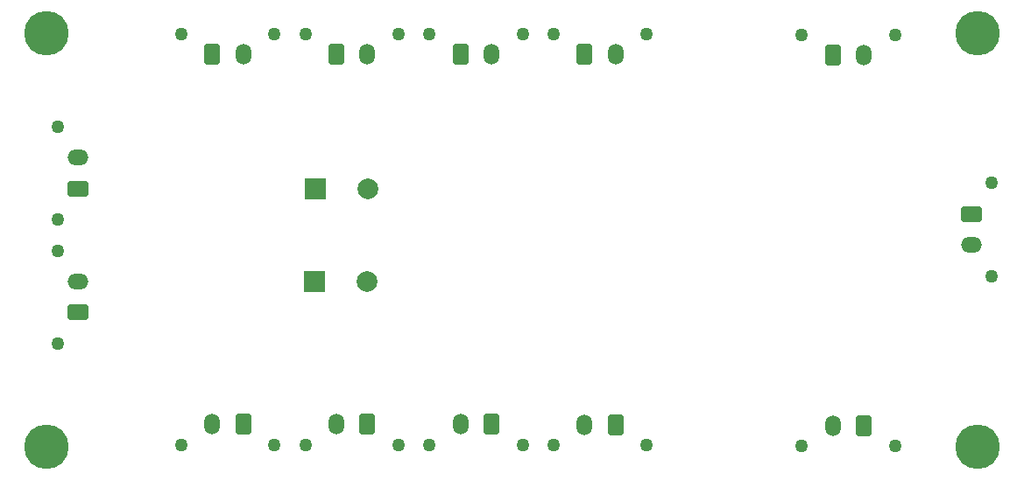
<source format=gbr>
%TF.GenerationSoftware,KiCad,Pcbnew,9.0.2*%
%TF.CreationDate,2025-06-13T16:07:32+08:00*%
%TF.ProjectId,DSCHG_TSMP,44534348-475f-4545-934d-502e6b696361,rev?*%
%TF.SameCoordinates,Original*%
%TF.FileFunction,Soldermask,Bot*%
%TF.FilePolarity,Negative*%
%FSLAX46Y46*%
G04 Gerber Fmt 4.6, Leading zero omitted, Abs format (unit mm)*
G04 Created by KiCad (PCBNEW 9.0.2) date 2025-06-13 16:07:32*
%MOMM*%
%LPD*%
G01*
G04 APERTURE LIST*
G04 Aperture macros list*
%AMRoundRect*
0 Rectangle with rounded corners*
0 $1 Rounding radius*
0 $2 $3 $4 $5 $6 $7 $8 $9 X,Y pos of 4 corners*
0 Add a 4 corners polygon primitive as box body*
4,1,4,$2,$3,$4,$5,$6,$7,$8,$9,$2,$3,0*
0 Add four circle primitives for the rounded corners*
1,1,$1+$1,$2,$3*
1,1,$1+$1,$4,$5*
1,1,$1+$1,$6,$7*
1,1,$1+$1,$8,$9*
0 Add four rect primitives between the rounded corners*
20,1,$1+$1,$2,$3,$4,$5,0*
20,1,$1+$1,$4,$5,$6,$7,0*
20,1,$1+$1,$6,$7,$8,$9,0*
20,1,$1+$1,$8,$9,$2,$3,0*%
G04 Aperture macros list end*
%ADD10R,2.000000X2.000000*%
%ADD11C,2.000000*%
%ADD12C,1.270000*%
%ADD13RoundRect,0.250001X0.499999X0.759999X-0.499999X0.759999X-0.499999X-0.759999X0.499999X-0.759999X0*%
%ADD14O,1.500000X2.020000*%
%ADD15RoundRect,0.250001X-0.759999X0.499999X-0.759999X-0.499999X0.759999X-0.499999X0.759999X0.499999X0*%
%ADD16O,2.020000X1.500000*%
%ADD17C,4.300000*%
%ADD18RoundRect,0.250001X-0.499999X-0.759999X0.499999X-0.759999X0.499999X0.759999X-0.499999X0.759999X0*%
%ADD19RoundRect,0.250001X0.759999X-0.499999X0.759999X0.499999X-0.759999X0.499999X-0.759999X-0.499999X0*%
G04 APERTURE END LIST*
D10*
%TO.C,R1*%
X180960000Y-90050000D03*
D11*
X186040000Y-90050000D03*
%TD*%
D12*
%TO.C,J14*%
X177000000Y-114840000D03*
X168000000Y-114840000D03*
D13*
X174000000Y-112880000D03*
D14*
X171000000Y-112880000D03*
%TD*%
D12*
%TO.C,J12*%
X246375000Y-89500000D03*
X246375000Y-98500000D03*
D15*
X244415000Y-92500000D03*
D16*
X244415000Y-95500000D03*
%TD*%
D17*
%TO.C,H1*%
X155000000Y-115000000D03*
%TD*%
D12*
%TO.C,J3*%
X204000000Y-75080000D03*
X213000000Y-75080000D03*
D18*
X207000000Y-77040000D03*
D14*
X210000000Y-77040000D03*
%TD*%
D12*
%TO.C,J8*%
X237000000Y-114960000D03*
X228000000Y-114960000D03*
D13*
X234000000Y-113000000D03*
D14*
X231000000Y-113000000D03*
%TD*%
D12*
%TO.C,J7*%
X156040000Y-105040000D03*
X156040000Y-96040000D03*
D19*
X158000000Y-102040000D03*
D16*
X158000000Y-99040000D03*
%TD*%
D12*
%TO.C,J6*%
X156040000Y-93040000D03*
X156040000Y-84040000D03*
D19*
X158000000Y-90040000D03*
D16*
X158000000Y-87040000D03*
%TD*%
D12*
%TO.C,J1*%
X192000000Y-75040000D03*
X201000000Y-75040000D03*
D18*
X195000000Y-77000000D03*
D14*
X198000000Y-77000000D03*
%TD*%
D12*
%TO.C,J13*%
X168000000Y-75040000D03*
X177000000Y-75040000D03*
D18*
X171000000Y-77000000D03*
D14*
X174000000Y-77000000D03*
%TD*%
D17*
%TO.C,H3*%
X245000000Y-75000000D03*
%TD*%
D12*
%TO.C,J11*%
X201000000Y-114840000D03*
X192000000Y-114840000D03*
D13*
X198000000Y-112880000D03*
D14*
X195000000Y-112880000D03*
%TD*%
D12*
%TO.C,J10*%
X189000000Y-114840000D03*
X180000000Y-114840000D03*
D13*
X186000000Y-112880000D03*
D14*
X183000000Y-112880000D03*
%TD*%
D12*
%TO.C,J2*%
X180000000Y-75040000D03*
X189000000Y-75040000D03*
D18*
X183000000Y-77000000D03*
D14*
X186000000Y-77000000D03*
%TD*%
D17*
%TO.C,H4*%
X245000000Y-115000000D03*
%TD*%
D12*
%TO.C,J9*%
X228000000Y-75125000D03*
X237000000Y-75125000D03*
D18*
X231000000Y-77085000D03*
D14*
X234000000Y-77085000D03*
%TD*%
D17*
%TO.C,H2*%
X155000000Y-75000000D03*
%TD*%
D12*
%TO.C,J5*%
X213000000Y-114850000D03*
X204000000Y-114850000D03*
D13*
X210000000Y-112890000D03*
D14*
X207000000Y-112890000D03*
%TD*%
D10*
%TO.C,R2*%
X180920000Y-99040000D03*
D11*
X186000000Y-99040000D03*
%TD*%
M02*

</source>
